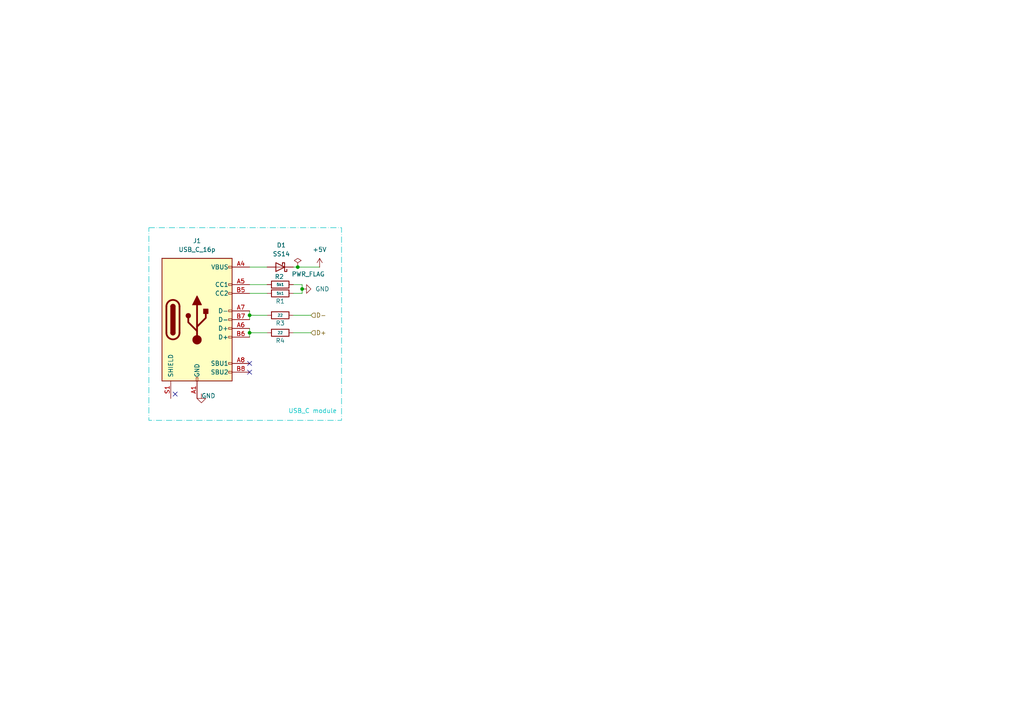
<source format=kicad_sch>
(kicad_sch (version 20250114) (generator "eeschema") (generator_version "9.0")
  (paper "A4")
  (lib_symbols
    (symbol "Connector:USB_C_Receptacle_USB2.0_16P" (pin_names (offset 1.016))
      (property "Reference" "J" (at 0 22.225 0))
      (property "Value" "USB_C_Receptacle_USB2.0_16P" (at 0 19.685 0))
      (symbol "USB_C_Receptacle_USB2.0_16P_0_0"
        (rectangle (start -0.254 -17.78) (end 0.254 -16.764))
        (rectangle (start 10.16 15.494) (end 9.144 14.986))
        (rectangle (start 10.16 10.414) (end 9.144 9.906))
        (rectangle (start 10.16 7.874) (end 9.144 7.366))
        (rectangle (start 10.16 2.794) (end 9.144 2.286))
        (rectangle (start 10.16 0.254) (end 9.144 -0.254))
        (rectangle (start 10.16 -2.286) (end 9.144 -2.794))
        (rectangle (start 10.16 -4.826) (end 9.144 -5.334))
        (rectangle (start 10.16 -12.446) (end 9.144 -12.954))
        (rectangle (start 10.16 -14.986) (end 9.144 -15.494))
      )
      (symbol "USB_C_Receptacle_USB2.0_16P_0_1"
        (rectangle (start -10.16 17.78) (end 10.16 -17.78) (stroke (width 0.254)) (fill (type background)))
        (polyline (pts (xy -8.89 -3.81) (xy -8.89 3.81)) (stroke (width 0.508)))
        (rectangle (start -7.62 -3.81) (end -6.35 3.81) (stroke (width 0.254)) (fill (type outline)))
        (arc (start -7.62 3.81) (mid -6.985 4.4423) (end -6.35 3.81) (stroke (width 0.254)))
        (arc (start -7.62 3.81) (mid -6.985 4.4423) (end -6.35 3.81) (stroke (width 0.254)) (fill (type outline)))
        (arc (start -8.89 3.81) (mid -6.985 5.7067) (end -5.08 3.81) (stroke (width 0.508)))
        (arc (start -5.08 -3.81) (mid -6.985 -5.7067) (end -8.89 -3.81) (stroke (width 0.508)))
        (arc (start -6.35 -3.81) (mid -6.985 -4.4423) (end -7.62 -3.81) (stroke (width 0.254)))
        (arc (start -6.35 -3.81) (mid -6.985 -4.4423) (end -7.62 -3.81) (stroke (width 0.254)) (fill (type outline)))
        (polyline (pts (xy -5.08 3.81) (xy -5.08 -3.81)) (stroke (width 0.508)))
        (circle (center -2.54 1.143) (radius 0.635) (stroke (width 0.254)) (fill (type outline)))
        (polyline (pts (xy -1.27 4.318) (xy 0 6.858) (xy 1.27 4.318) (xy -1.27 4.318)) (stroke (width 0.254)) (fill (type outline)))
        (polyline (pts (xy 0 -2.032) (xy 2.54 0.508) (xy 2.54 1.778)) (stroke (width 0.508)))
        (polyline (pts (xy 0 -3.302) (xy -2.54 -0.762) (xy -2.54 0.508)) (stroke (width 0.508)))
        (polyline (pts (xy 0 -5.842) (xy 0 4.318)) (stroke (width 0.508)))
        (circle (center 0 -5.842) (radius 1.27) (fill (type outline)))
        (rectangle (start 1.905 1.778) (end 3.175 3.048) (stroke (width 0.254)) (fill (type outline)))
      )
      (symbol "USB_C_Receptacle_USB2.0_16P_1_1"
        (pin passive line (at -7.62 -22.86 90) (length 5.08) (name "SHIELD") (number "S1"))
        (pin passive line (at 0 -22.86 90) (length 5.08) (name "GND") (number "A1"))
        (pin passive line (at 0 -22.86 90) (length 5.08) (hide yes) (name "GND") (number "A12"))
        (pin passive line (at 0 -22.86 90) (length 5.08) (hide yes) (name "GND") (number "B1"))
        (pin passive line (at 0 -22.86 90) (length 5.08) (hide yes) (name "GND") (number "B12"))
        (pin passive line (at 15.24 15.24 180) (length 5.08) (name "VBUS") (number "A4"))
        (pin passive line (at 15.24 15.24 180) (length 5.08) (hide yes) (name "VBUS") (number "A9"))
        (pin passive line (at 15.24 15.24 180) (length 5.08) (hide yes) (name "VBUS") (number "B4"))
        (pin passive line (at 15.24 15.24 180) (length 5.08) (hide yes) (name "VBUS") (number "B9"))
        (pin bidirectional line (at 15.24 10.16 180) (length 5.08) (name "CC1") (number "A5"))
        (pin bidirectional line (at 15.24 7.62 180) (length 5.08) (name "CC2") (number "B5"))
        (pin bidirectional line (at 15.24 2.54 180) (length 5.08) (name "D-") (number "A7"))
        (pin bidirectional line (at 15.24 0 180) (length 5.08) (name "D-") (number "B7"))
        (pin bidirectional line (at 15.24 -2.54 180) (length 5.08) (name "D+") (number "A6"))
        (pin bidirectional line (at 15.24 -5.08 180) (length 5.08) (name "D+") (number "B6"))
        (pin bidirectional line (at 15.24 -12.7 180) (length 5.08) (name "SBU1") (number "A8"))
        (pin bidirectional line (at 15.24 -15.24 180) (length 5.08) (name "SBU2") (number "B8"))
      )
    )
    (symbol "Device:R" (pin_numbers (hide yes)) (pin_names (offset 0))
      (property "Reference" "R" (at 2.032 0 90))
      (property "Value" "R" (at 0 0 90))
      (symbol "R_0_1"
        (rectangle (start -1.016 -2.54) (end 1.016 2.54) (stroke (width 0.254)))
      )
      (symbol "R_1_1"
        (pin passive line (at 0 3.81 270) (length 1.27) (name "~") (number "1"))
        (pin passive line (at 0 -3.81 90) (length 1.27) (name "~") (number "2"))
      )
    )
    (symbol "Diode:SS14" (pin_numbers (hide yes)) (pin_names (offset 1.016) (hide yes))
      (property "Reference" "D" (at 0 2.54 0))
      (property "Value" "SS14" (at 0 -2.54 0))
      (symbol "SS14_0_1"
        (polyline (pts (xy -1.905 0.635) (xy -1.905 1.27) (xy -1.27 1.27) (xy -1.27 -1.27) (xy -0.635 -1.27) (xy -0.635 -0.635)) (stroke (width 0.254)))
        (polyline (pts (xy 1.27 1.27) (xy 1.27 -1.27) (xy -1.27 0) (xy 1.27 1.27)) (stroke (width 0.254)))
        (polyline (pts (xy 1.27 0) (xy -1.27 0)))
      )
      (symbol "SS14_1_1"
        (pin passive line (at -3.81 0 0) (length 2.54) (name "K") (number "1"))
        (pin passive line (at 3.81 0 180) (length 2.54) (name "A") (number "2"))
      )
    )
    (symbol "power:+5V" (power) (pin_numbers (hide yes)) (pin_names (offset 0) (hide yes))
      (property "Value" "+5V" (at 0 3.556 0))
      (symbol "+5V_0_1"
        (polyline (pts (xy -0.762 1.27) (xy 0 2.54)))
        (polyline (pts (xy 0 2.54) (xy 0.762 1.27)))
        (polyline (pts (xy 0 0) (xy 0 2.54)))
      )
      (symbol "+5V_1_1"
        (pin power_in line (at 0 0 90) (length 0) (name "~") (number "1"))
      )
    )
    (symbol "power:GND" (power) (pin_numbers (hide yes)) (pin_names (offset 0) (hide yes))
      (property "Value" "GND" (at 0 -3.81 0))
      (symbol "GND_0_1"
        (polyline (pts (xy 0 0) (xy 0 -1.27) (xy 1.27 -1.27) (xy 0 -2.54) (xy -1.27 -1.27) (xy 0 -1.27)))
      )
      (symbol "GND_1_1"
        (pin power_in line (at 0 0 270) (length 0) (name "~") (number "1"))
      )
    )
    (symbol "power:PWR_FLAG" (power) (pin_numbers (hide yes)) (pin_names (offset 0) (hide yes))
      (property "Value" "PWR_FLAG" (at 0 3.81 0))
      (symbol "PWR_FLAG_0_0"
        (pin power_out line (at 0 0 90) (length 0) (name "~") (number "1"))
      )
      (symbol "PWR_FLAG_0_1"
        (polyline (pts (xy 0 0) (xy 0 1.27) (xy -1.016 1.905) (xy 0 2.54) (xy 1.016 1.905) (xy 0 1.27)))
      )
    )
  )
  (rectangle (start 43.18 66.04) (end 99.06 121.92) (stroke (width 0) (type dash_dot) (color 0 194 194 1)))
  (text "USB_C module" (at 90.678 119.38 0) (effects (font (size 1.27 1.27))))
  (junction (at 87.63 83.82))
  (junction (at 86.36 77.47))
  (junction (at 72.39 96.52))
  (junction (at 72.39 91.44))
  (no_connect (at 72.39 107.95))
  (no_connect (at 72.39 105.41))
  (no_connect (at 50.8 114.3))
  (wire (pts (xy 87.63 83.82) (xy 87.63 85.09)))
  (wire (pts (xy 85.09 85.09) (xy 87.63 85.09)))
  (wire (pts (xy 72.39 96.52) (xy 77.47 96.52)))
  (wire (pts (xy 86.36 77.47) (xy 92.71 77.47)))
  (wire (pts (xy 72.39 91.44) (xy 72.39 92.71)))
  (wire (pts (xy 72.39 77.47) (xy 77.47 77.47)))
  (wire (pts (xy 87.63 82.55) (xy 87.63 83.82)))
  (wire (pts (xy 72.39 90.17) (xy 72.39 91.44)))
  (wire (pts (xy 85.09 82.55) (xy 87.63 82.55)))
  (wire (pts (xy 72.39 82.55) (xy 77.47 82.55)))
  (wire (pts (xy 85.09 96.52) (xy 90.17 96.52)))
  (wire (pts (xy 72.39 95.25) (xy 72.39 96.52)))
  (wire (pts (xy 85.09 91.44) (xy 90.17 91.44)))
  (wire (pts (xy 72.39 96.52) (xy 72.39 97.79)))
  (wire (pts (xy 85.09 77.47) (xy 86.36 77.47)))
  (wire (pts (xy 72.39 91.44) (xy 77.47 91.44)))
  (wire (pts (xy 72.39 85.09) (xy 77.47 85.09)))
  (hierarchical_label "D+" (shape input) (at 90.17 96.52 0))
  (hierarchical_label "D-" (shape input) (at 90.17 91.44 0))
  (symbol (lib_id "power:PWR_FLAG") (at 86.36 77.47 0) (mirror y) (unit 1)
    (property "Reference" "#FLG" (effects (hide yes)))
    (property "Value" "PWR_FLAG" (at 94.234 79.502 0) (effects (justify left)))
    (property "Description" "Special symbol for telling ERC where power comes from" (effects (hide yes)))
    (instances (project "" (path "" (reference "#FLG01") (unit 1))))
  )
  (symbol (lib_id "Device:R") (at 81.28 91.44 90) (unit 1)
    (property "Reference" "R6" (at 81.28 93.726 90))
    (property "Value" "22" (at 81.28 91.44 90) (effects (font (size 0.762 0.762))))
    (property "Description" "Resistor" (effects (hide yes)))
    (instances (project "StrinX_Controller" (path "" (reference "R3") (unit 1)) (path "" (reference "R6") (unit 1))))
  )
  (symbol (lib_id "power:GND") (at 87.63 83.82 90) (unit 1)
    (property "Reference" "#PWR" (effects (hide yes)))
    (property "Value" "GND" (at 91.44 83.8199 90) (effects (justify right)))
    (property "Description" "Power symbol creates a global label with name \"GND\" , ground" (effects (hide yes)))
    (instances (project "" (path "" (reference "#PWR02") (unit 1))))
  )
  (symbol (lib_id "power:GND") (at 58.42 114.3 0) (unit 1)
    (property "Reference" "#PWR" (effects (hide yes)))
    (property "Value" "GND" (at 60.452 114.808 0))
    (property "Description" "Power symbol creates a global label with name \"GND\" , ground" (effects (hide yes)))
    (instances (project "" (path "" (reference "#PWR03") (unit 1))))
  )
  (symbol (lib_id "Device:R") (at 81.28 82.55 90) (unit 1)
    (property "Reference" "R4" (at 81.026 80.264 90))
    (property "Value" "5k1" (at 81.28 82.55 90) (effects (font (size 0.762 0.762))))
    (property "Description" "Resistor" (effects (hide yes)))
    (instances (project "StrinX_Controller" (path "" (reference "R2") (unit 1)) (path "" (reference "R4") (unit 1))))
  )
  (symbol (lib_id "Connector:USB_C_Receptacle_USB2.0_16P") (at 57.15 92.71 0) (unit 1)
    (property "Reference" "J2" (at 57.15 69.85 0))
    (property "Value" "USB_C_16p" (at 57.15 72.39 0))
    (property "Datasheet" "https://www.usb.org/sites/default/files/documents/usb_type-c.zip" (effects (hide yes)))
    (property "Description" "USB 2.0-only 16P Type-C Receptacle connector" (effects (hide yes)))
    (instances (project "" (path "" (reference "J1") (unit 1)) (path "" (reference "J2") (unit 1))))
  )
  (symbol (lib_id "Diode:SS14") (at 81.28 77.47 180) (unit 1)
    (property "Reference" "D2" (at 81.5975 71.12 0))
    (property "Value" "SS14" (at 81.5975 73.66 0))
    (property "Footprint" "Diode_SMD:D_SMA" (effects (hide yes)))
    (property "Datasheet" "https://www.vishay.com/docs/88746/ss12.pdf" (effects (hide yes)))
    (property "Description" "40V 1A Schottky Diode, SMA" (effects (hide yes)))
    (instances (project "" (path "" (reference "D1") (unit 1)) (path "" (reference "D2") (unit 1))))
  )
  (symbol (lib_id "Device:R") (at 81.28 96.52 90) (unit 1)
    (property "Reference" "R7" (at 81.28 98.806 90))
    (property "Value" "22" (at 81.28 96.52 90) (effects (font (size 0.762 0.762))))
    (property "Description" "Resistor" (effects (hide yes)))
    (instances (project "StrinX_Controller" (path "" (reference "R4") (unit 1)) (path "" (reference "R7") (unit 1))))
  )
  (symbol (lib_id "Device:R") (at 81.28 85.09 90) (unit 1)
    (property "Reference" "R5" (at 81.28 87.376 90))
    (property "Value" "5k1" (at 81.28 85.09 90) (effects (font (size 0.762 0.762))))
    (property "Description" "Resistor" (effects (hide yes)))
    (instances (project "" (path "" (reference "R1") (unit 1)) (path "" (reference "R5") (unit 1))))
  )
  (symbol (lib_id "power:+5V") (at 92.71 77.47 0) (unit 1)
    (property "Reference" "#PWR" (effects (hide yes)))
    (property "Value" "+5V" (at 92.71 72.39 0))
    (property "Description" "Power symbol creates a global label with name \"+5V\"" (effects (hide yes)))
    (instances (project "" (path "" (reference "#PWR01") (unit 1))))
  )
)
</source>
